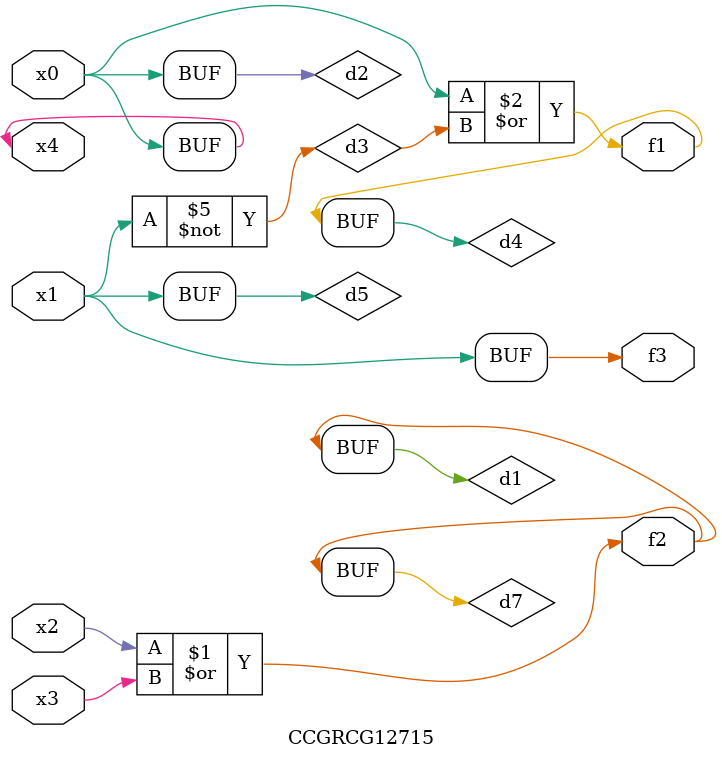
<source format=v>
module CCGRCG12715(
	input x0, x1, x2, x3, x4,
	output f1, f2, f3
);

	wire d1, d2, d3, d4, d5, d6, d7;

	or (d1, x2, x3);
	buf (d2, x0, x4);
	not (d3, x1);
	or (d4, d2, d3);
	not (d5, d3);
	nand (d6, d1, d3);
	or (d7, d1);
	assign f1 = d4;
	assign f2 = d7;
	assign f3 = d5;
endmodule

</source>
